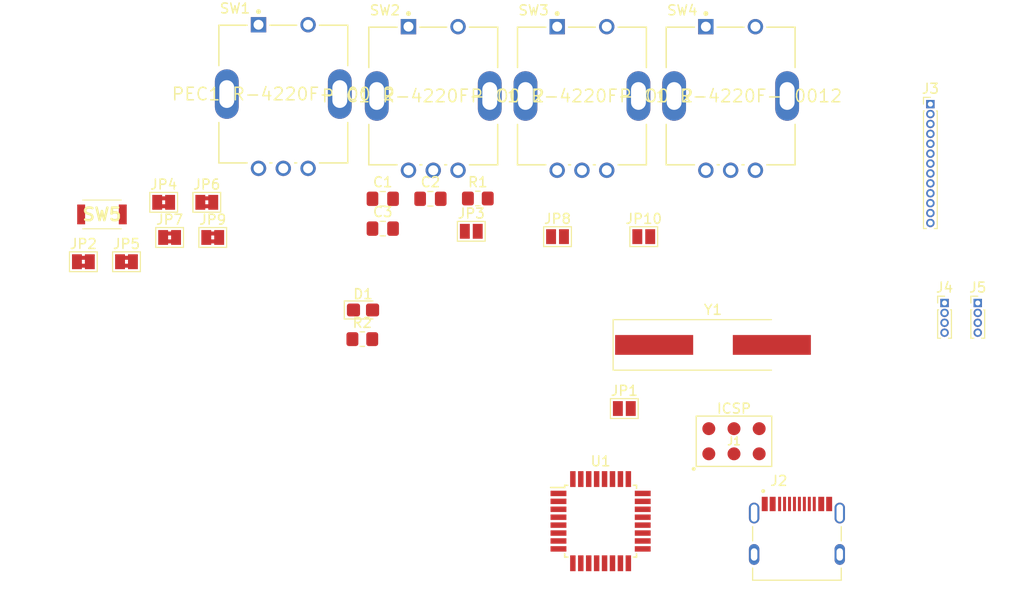
<source format=kicad_pcb>
(kicad_pcb (version 20171130) (host pcbnew "(5.1.10)-1")

  (general
    (thickness 1.6)
    (drawings 0)
    (tracks 0)
    (zones 0)
    (modules 28)
    (nets 38)
  )

  (page A4)
  (title_block
    (title "LightControl Console")
    (date 2021-08-10)
    (rev v00)
    (comment 4 "Author: GHOSCHT")
  )

  (layers
    (0 F.Cu signal)
    (31 B.Cu signal)
    (32 B.Adhes user)
    (33 F.Adhes user)
    (34 B.Paste user)
    (35 F.Paste user)
    (36 B.SilkS user)
    (37 F.SilkS user)
    (38 B.Mask user)
    (39 F.Mask user)
    (40 Dwgs.User user)
    (41 Cmts.User user)
    (42 Eco1.User user)
    (43 Eco2.User user)
    (44 Edge.Cuts user)
    (45 Margin user)
    (46 B.CrtYd user)
    (47 F.CrtYd user)
    (48 B.Fab user)
    (49 F.Fab user)
  )

  (setup
    (last_trace_width 0.25)
    (trace_clearance 0.2)
    (zone_clearance 0.508)
    (zone_45_only no)
    (trace_min 0.2)
    (via_size 0.8)
    (via_drill 0.4)
    (via_min_size 0.4)
    (via_min_drill 0.3)
    (uvia_size 0.3)
    (uvia_drill 0.1)
    (uvias_allowed no)
    (uvia_min_size 0.2)
    (uvia_min_drill 0.1)
    (edge_width 0.05)
    (segment_width 0.2)
    (pcb_text_width 0.3)
    (pcb_text_size 1.5 1.5)
    (mod_edge_width 0.12)
    (mod_text_size 1 1)
    (mod_text_width 0.15)
    (pad_size 1.524 1.524)
    (pad_drill 0.762)
    (pad_to_mask_clearance 0)
    (aux_axis_origin 0 0)
    (visible_elements 7FFFFFFF)
    (pcbplotparams
      (layerselection 0x010fc_ffffffff)
      (usegerberextensions false)
      (usegerberattributes true)
      (usegerberadvancedattributes true)
      (creategerberjobfile true)
      (excludeedgelayer true)
      (linewidth 0.100000)
      (plotframeref false)
      (viasonmask false)
      (mode 1)
      (useauxorigin false)
      (hpglpennumber 1)
      (hpglpenspeed 20)
      (hpglpendiameter 15.000000)
      (psnegative false)
      (psa4output false)
      (plotreference true)
      (plotvalue true)
      (plotinvisibletext false)
      (padsonsilk false)
      (subtractmaskfromsilk false)
      (outputformat 1)
      (mirror false)
      (drillshape 1)
      (scaleselection 1)
      (outputdirectory ""))
  )

  (net 0 "")
  (net 1 "Net-(U1-Pad14)")
  (net 2 "Net-(U1-Pad19)")
  (net 3 "Net-(U1-Pad20)")
  (net 4 "Net-(U1-Pad22)")
  (net 5 GND)
  (net 6 VCC)
  (net 7 XTAL1)
  (net 8 XTAL2)
  (net 9 "Net-(D1-Pad2)")
  (net 10 MOSI)
  (net 11 SCK)
  (net 12 MISO)
  (net 13 RST)
  (net 14 "Net-(J2-PadA6)")
  (net 15 "Net-(J2-PadB7)")
  (net 16 "Net-(J2-PadA5)")
  (net 17 "Net-(J2-PadB8)")
  (net 18 "Net-(J2-PadA7)")
  (net 19 "Net-(J2-PadB6)")
  (net 20 "Net-(J2-PadA8)")
  (net 21 "Net-(J2-PadB5)")
  (net 22 BTN4)
  (net 23 BTN3)
  (net 24 BTN2)
  (net 25 BTN1)
  (net 26 ENC4B)
  (net 27 ENC4A)
  (net 28 ENC3B)
  (net 29 ENC3A)
  (net 30 ENC2B)
  (net 31 ENC2A)
  (net 32 ENC1B)
  (net 33 ENC1A)
  (net 34 TX)
  (net 35 RX)
  (net 36 SDA)
  (net 37 SCL)

  (net_class Default "This is the default net class."
    (clearance 0.2)
    (trace_width 0.25)
    (via_dia 0.8)
    (via_drill 0.4)
    (uvia_dia 0.3)
    (uvia_drill 0.1)
    (add_net BTN1)
    (add_net BTN2)
    (add_net BTN3)
    (add_net BTN4)
    (add_net ENC1A)
    (add_net ENC1B)
    (add_net ENC2A)
    (add_net ENC2B)
    (add_net ENC3A)
    (add_net ENC3B)
    (add_net ENC4A)
    (add_net ENC4B)
    (add_net GND)
    (add_net MISO)
    (add_net MOSI)
    (add_net "Net-(D1-Pad2)")
    (add_net "Net-(J2-PadA5)")
    (add_net "Net-(J2-PadA6)")
    (add_net "Net-(J2-PadA7)")
    (add_net "Net-(J2-PadA8)")
    (add_net "Net-(J2-PadB5)")
    (add_net "Net-(J2-PadB6)")
    (add_net "Net-(J2-PadB7)")
    (add_net "Net-(J2-PadB8)")
    (add_net "Net-(U1-Pad14)")
    (add_net "Net-(U1-Pad19)")
    (add_net "Net-(U1-Pad20)")
    (add_net "Net-(U1-Pad22)")
    (add_net RST)
    (add_net RX)
    (add_net SCK)
    (add_net SCL)
    (add_net SDA)
    (add_net TX)
    (add_net VCC)
    (add_net XTAL1)
    (add_net XTAL2)
  )

  (module Crystal:Crystal_SMD_HC49-SD_HandSoldering (layer F.Cu) (tedit 5A1AD52C) (tstamp 61133696)
    (at 137.328 59.616)
    (descr "SMD Crystal HC-49-SD http://cdn-reichelt.de/documents/datenblatt/B400/xxx-HC49-SMD.pdf, hand-soldering, 11.4x4.7mm^2 package")
    (tags "SMD SMT crystal hand-soldering")
    (path /6113484F)
    (attr smd)
    (fp_text reference Y1 (at 0 -3.55) (layer F.SilkS)
      (effects (font (size 1 1) (thickness 0.15)))
    )
    (fp_text value 16MHz (at 0 3.55) (layer F.Fab)
      (effects (font (size 1 1) (thickness 0.15)))
    )
    (fp_line (start -5.7 -2.35) (end -5.7 2.35) (layer F.Fab) (width 0.1))
    (fp_line (start -5.7 2.35) (end 5.7 2.35) (layer F.Fab) (width 0.1))
    (fp_line (start 5.7 2.35) (end 5.7 -2.35) (layer F.Fab) (width 0.1))
    (fp_line (start 5.7 -2.35) (end -5.7 -2.35) (layer F.Fab) (width 0.1))
    (fp_line (start -3.015 -2.115) (end 3.015 -2.115) (layer F.Fab) (width 0.1))
    (fp_line (start -3.015 2.115) (end 3.015 2.115) (layer F.Fab) (width 0.1))
    (fp_line (start 5.9 -2.55) (end -10.075 -2.55) (layer F.SilkS) (width 0.12))
    (fp_line (start -10.075 -2.55) (end -10.075 2.55) (layer F.SilkS) (width 0.12))
    (fp_line (start -10.075 2.55) (end 5.9 2.55) (layer F.SilkS) (width 0.12))
    (fp_line (start -10.2 -2.6) (end -10.2 2.6) (layer F.CrtYd) (width 0.05))
    (fp_line (start -10.2 2.6) (end 10.2 2.6) (layer F.CrtYd) (width 0.05))
    (fp_line (start 10.2 2.6) (end 10.2 -2.6) (layer F.CrtYd) (width 0.05))
    (fp_line (start 10.2 -2.6) (end -10.2 -2.6) (layer F.CrtYd) (width 0.05))
    (fp_arc (start 3.015 0) (end 3.015 -2.115) (angle 180) (layer F.Fab) (width 0.1))
    (fp_arc (start -3.015 0) (end -3.015 -2.115) (angle -180) (layer F.Fab) (width 0.1))
    (fp_text user %R (at 0 0) (layer F.Fab)
      (effects (font (size 1 1) (thickness 0.15)))
    )
    (pad 2 smd rect (at 5.9375 0) (size 7.875 2) (layers F.Cu F.Paste F.Mask)
      (net 8 XTAL2))
    (pad 1 smd rect (at -5.9375 0) (size 7.875 2) (layers F.Cu F.Paste F.Mask)
      (net 7 XTAL1))
    (model ${KISYS3DMOD}/Crystal.3dshapes/Crystal_SMD_HC49-SD.wrl
      (at (xyz 0 0 0))
      (scale (xyz 1 1 1))
      (rotate (xyz 0 0 0))
    )
  )

  (module Jumper:SolderJumper-2_P1.3mm_Open_Pad1.0x1.5mm (layer F.Cu) (tedit 5A3EABFC) (tstamp 611335D6)
    (at 128.382 66.04)
    (descr "SMD Solder Jumper, 1x1.5mm Pads, 0.3mm gap, open")
    (tags "solder jumper open")
    (path /6113282A)
    (attr virtual)
    (fp_text reference JP1 (at 0 -1.8) (layer F.SilkS)
      (effects (font (size 1 1) (thickness 0.15)))
    )
    (fp_text value SolderJumper (at 0 1.9) (layer F.Fab)
      (effects (font (size 1 1) (thickness 0.15)))
    )
    (fp_line (start -1.4 1) (end -1.4 -1) (layer F.SilkS) (width 0.12))
    (fp_line (start 1.4 1) (end -1.4 1) (layer F.SilkS) (width 0.12))
    (fp_line (start 1.4 -1) (end 1.4 1) (layer F.SilkS) (width 0.12))
    (fp_line (start -1.4 -1) (end 1.4 -1) (layer F.SilkS) (width 0.12))
    (fp_line (start -1.65 -1.25) (end 1.65 -1.25) (layer F.CrtYd) (width 0.05))
    (fp_line (start -1.65 -1.25) (end -1.65 1.25) (layer F.CrtYd) (width 0.05))
    (fp_line (start 1.65 1.25) (end 1.65 -1.25) (layer F.CrtYd) (width 0.05))
    (fp_line (start 1.65 1.25) (end -1.65 1.25) (layer F.CrtYd) (width 0.05))
    (pad 1 smd rect (at -0.65 0) (size 1 1.5) (layers F.Cu F.Mask)
      (net 36 SDA))
    (pad 2 smd rect (at 0.65 0) (size 1 1.5) (layers F.Cu F.Mask)
      (net 14 "Net-(J2-PadA6)"))
  )

  (module Bourns-PEC11R-4220F-S0012:Bourns-PEC11R-4220F-S0012-MFG (layer F.Cu) (tedit 611258C1) (tstamp 6112C981)
    (at 93.98 34.29)
    (path /6112A1C1)
    (fp_text reference SW1 (at -6.5 -8.65) (layer F.SilkS)
      (effects (font (size 1 1) (thickness 0.15)) (justify left))
    )
    (fp_text value PEC11R-4220F-S0012 (at 0 0) (layer F.SilkS)
      (effects (font (size 1.27 1.27) (thickness 0.15)))
    )
    (fp_line (start -6.5 6.95) (end -6.5 -6.95) (layer F.Fab) (width 0.15))
    (fp_line (start -6.5 -6.95) (end 6.5 -6.95) (layer F.Fab) (width 0.15))
    (fp_line (start 6.5 -6.95) (end 6.5 6.95) (layer F.Fab) (width 0.15))
    (fp_line (start 6.5 6.95) (end -6.5 6.95) (layer F.Fab) (width 0.15))
    (fp_line (start 6.925 -7.8) (end 6.925 -7.8) (layer F.CrtYd) (width 0.15))
    (fp_line (start 6.925 -7.8) (end -6.925 -7.8) (layer F.CrtYd) (width 0.15))
    (fp_line (start -6.925 -7.8) (end -6.925 8.3) (layer F.CrtYd) (width 0.15))
    (fp_line (start -6.925 8.3) (end 6.925 8.3) (layer F.CrtYd) (width 0.15))
    (fp_line (start 6.925 8.3) (end 6.925 -7.8) (layer F.CrtYd) (width 0.15))
    (fp_line (start -6.5 -6.95) (end -3.65 -6.95) (layer F.SilkS) (width 0.15))
    (fp_line (start -1.35 -6.95) (end 1.35 -6.95) (layer F.SilkS) (width 0.15))
    (fp_line (start 3.65 -6.95) (end 6.5 -6.95) (layer F.SilkS) (width 0.15))
    (fp_line (start 6.5 6.95) (end 6.5 2.875) (layer F.SilkS) (width 0.15))
    (fp_line (start 6.5 -2.875) (end 6.5 -6.95) (layer F.SilkS) (width 0.15))
    (fp_line (start -6.5 6.95) (end -3.65 6.95) (layer F.SilkS) (width 0.15))
    (fp_line (start -1.35 6.95) (end -1.15 6.95) (layer F.SilkS) (width 0.15))
    (fp_line (start 1.15 6.95) (end 1.35 6.95) (layer F.SilkS) (width 0.15))
    (fp_line (start 3.65 6.95) (end 6.5 6.95) (layer F.SilkS) (width 0.15))
    (fp_line (start -6.5 6.95) (end -6.5 2.875) (layer F.SilkS) (width 0.15))
    (fp_line (start -6.5 -2.875) (end -6.5 -6.95) (layer F.SilkS) (width 0.15))
    (fp_circle (center -2.5 -8.325) (end -2.375 -8.325) (layer F.SilkS) (width 0.25))
    (pad S1 thru_hole rect (at -2.5 -7) (size 1.55 1.55) (drill 1) (layers *.Cu *.Mask)
      (net 5 GND))
    (pad S2 thru_hole circle (at 2.5 -7) (size 1.55 1.55) (drill 1) (layers *.Cu *.Mask)
      (net 25 BTN1))
    (pad A thru_hole circle (at -2.5 7.5) (size 1.55 1.55) (drill 1) (layers *.Cu *.Mask)
      (net 33 ENC1A))
    (pad C thru_hole circle (at 0 7.5) (size 1.55 1.55) (drill 1) (layers *.Cu *.Mask)
      (net 5 GND))
    (pad B thru_hole circle (at 2.5 7.5) (size 1.55 1.55) (drill 1) (layers *.Cu *.Mask)
      (net 32 ENC1B))
    (pad 3 thru_hole roundrect (at -5.7 0) (size 2.4 5) (drill oval 1.5 2.8) (layers *.Cu *.Mask) (roundrect_rratio 0.5))
    (pad 4 thru_hole roundrect (at 5.7 0) (size 2.4 5) (drill oval 1.5 2.8) (layers *.Cu *.Mask) (roundrect_rratio 0.5))
    (model ${KIPRJMOD}/Libraries/Bourns-PEC11R-4220F-S0012.models/Bourns_-_PEC11R-4220F-S0012.step
      (at (xyz 0 0 0))
      (scale (xyz 1 1 1))
      (rotate (xyz 0 0 0))
    )
  )

  (module Package_QFP:TQFP-32_7x7mm_P0.8mm (layer F.Cu) (tedit 5A02F146) (tstamp 6112C9B8)
    (at 125.989001 77.411001)
    (descr "32-Lead Plastic Thin Quad Flatpack (PT) - 7x7x1.0 mm Body, 2.00 mm [TQFP] (see Microchip Packaging Specification 00000049BS.pdf)")
    (tags "QFP 0.8")
    (path /61124B57)
    (attr smd)
    (fp_text reference U1 (at 0 -6.05) (layer F.SilkS)
      (effects (font (size 1 1) (thickness 0.15)))
    )
    (fp_text value ATmega328P-AU (at 0 6.05) (layer F.Fab)
      (effects (font (size 1 1) (thickness 0.15)))
    )
    (fp_line (start -3.625 -3.4) (end -5.05 -3.4) (layer F.SilkS) (width 0.15))
    (fp_line (start 3.625 -3.625) (end 3.3 -3.625) (layer F.SilkS) (width 0.15))
    (fp_line (start 3.625 3.625) (end 3.3 3.625) (layer F.SilkS) (width 0.15))
    (fp_line (start -3.625 3.625) (end -3.3 3.625) (layer F.SilkS) (width 0.15))
    (fp_line (start -3.625 -3.625) (end -3.3 -3.625) (layer F.SilkS) (width 0.15))
    (fp_line (start -3.625 3.625) (end -3.625 3.3) (layer F.SilkS) (width 0.15))
    (fp_line (start 3.625 3.625) (end 3.625 3.3) (layer F.SilkS) (width 0.15))
    (fp_line (start 3.625 -3.625) (end 3.625 -3.3) (layer F.SilkS) (width 0.15))
    (fp_line (start -3.625 -3.625) (end -3.625 -3.4) (layer F.SilkS) (width 0.15))
    (fp_line (start -5.3 5.3) (end 5.3 5.3) (layer F.CrtYd) (width 0.05))
    (fp_line (start -5.3 -5.3) (end 5.3 -5.3) (layer F.CrtYd) (width 0.05))
    (fp_line (start 5.3 -5.3) (end 5.3 5.3) (layer F.CrtYd) (width 0.05))
    (fp_line (start -5.3 -5.3) (end -5.3 5.3) (layer F.CrtYd) (width 0.05))
    (fp_line (start -3.5 -2.5) (end -2.5 -3.5) (layer F.Fab) (width 0.15))
    (fp_line (start -3.5 3.5) (end -3.5 -2.5) (layer F.Fab) (width 0.15))
    (fp_line (start 3.5 3.5) (end -3.5 3.5) (layer F.Fab) (width 0.15))
    (fp_line (start 3.5 -3.5) (end 3.5 3.5) (layer F.Fab) (width 0.15))
    (fp_line (start -2.5 -3.5) (end 3.5 -3.5) (layer F.Fab) (width 0.15))
    (fp_text user %R (at 0 0) (layer F.Fab)
      (effects (font (size 1 1) (thickness 0.15)))
    )
    (pad 1 smd rect (at -4.25 -2.8) (size 1.6 0.55) (layers F.Cu F.Paste F.Mask)
      (net 32 ENC1B))
    (pad 2 smd rect (at -4.25 -2) (size 1.6 0.55) (layers F.Cu F.Paste F.Mask)
      (net 31 ENC2A))
    (pad 3 smd rect (at -4.25 -1.2) (size 1.6 0.55) (layers F.Cu F.Paste F.Mask)
      (net 5 GND))
    (pad 4 smd rect (at -4.25 -0.4) (size 1.6 0.55) (layers F.Cu F.Paste F.Mask)
      (net 6 VCC))
    (pad 5 smd rect (at -4.25 0.4) (size 1.6 0.55) (layers F.Cu F.Paste F.Mask)
      (net 5 GND))
    (pad 6 smd rect (at -4.25 1.2) (size 1.6 0.55) (layers F.Cu F.Paste F.Mask)
      (net 6 VCC))
    (pad 7 smd rect (at -4.25 2) (size 1.6 0.55) (layers F.Cu F.Paste F.Mask)
      (net 7 XTAL1))
    (pad 8 smd rect (at -4.25 2.8) (size 1.6 0.55) (layers F.Cu F.Paste F.Mask)
      (net 8 XTAL2))
    (pad 9 smd rect (at -2.8 4.25 90) (size 1.6 0.55) (layers F.Cu F.Paste F.Mask)
      (net 30 ENC2B))
    (pad 10 smd rect (at -2 4.25 90) (size 1.6 0.55) (layers F.Cu F.Paste F.Mask)
      (net 29 ENC3A))
    (pad 11 smd rect (at -1.2 4.25 90) (size 1.6 0.55) (layers F.Cu F.Paste F.Mask)
      (net 28 ENC3B))
    (pad 12 smd rect (at -0.4 4.25 90) (size 1.6 0.55) (layers F.Cu F.Paste F.Mask)
      (net 27 ENC4A))
    (pad 13 smd rect (at 0.4 4.25 90) (size 1.6 0.55) (layers F.Cu F.Paste F.Mask)
      (net 26 ENC4B))
    (pad 14 smd rect (at 1.2 4.25 90) (size 1.6 0.55) (layers F.Cu F.Paste F.Mask)
      (net 1 "Net-(U1-Pad14)"))
    (pad 15 smd rect (at 2 4.25 90) (size 1.6 0.55) (layers F.Cu F.Paste F.Mask)
      (net 10 MOSI))
    (pad 16 smd rect (at 2.8 4.25 90) (size 1.6 0.55) (layers F.Cu F.Paste F.Mask)
      (net 12 MISO))
    (pad 17 smd rect (at 4.25 2.8) (size 1.6 0.55) (layers F.Cu F.Paste F.Mask)
      (net 11 SCK))
    (pad 18 smd rect (at 4.25 2) (size 1.6 0.55) (layers F.Cu F.Paste F.Mask)
      (net 6 VCC))
    (pad 19 smd rect (at 4.25 1.2) (size 1.6 0.55) (layers F.Cu F.Paste F.Mask)
      (net 2 "Net-(U1-Pad19)"))
    (pad 20 smd rect (at 4.25 0.4) (size 1.6 0.55) (layers F.Cu F.Paste F.Mask)
      (net 3 "Net-(U1-Pad20)"))
    (pad 21 smd rect (at 4.25 -0.4) (size 1.6 0.55) (layers F.Cu F.Paste F.Mask)
      (net 5 GND))
    (pad 22 smd rect (at 4.25 -1.2) (size 1.6 0.55) (layers F.Cu F.Paste F.Mask)
      (net 4 "Net-(U1-Pad22)"))
    (pad 23 smd rect (at 4.25 -2) (size 1.6 0.55) (layers F.Cu F.Paste F.Mask)
      (net 25 BTN1))
    (pad 24 smd rect (at 4.25 -2.8) (size 1.6 0.55) (layers F.Cu F.Paste F.Mask)
      (net 24 BTN2))
    (pad 25 smd rect (at 2.8 -4.25 90) (size 1.6 0.55) (layers F.Cu F.Paste F.Mask)
      (net 23 BTN3))
    (pad 26 smd rect (at 2 -4.25 90) (size 1.6 0.55) (layers F.Cu F.Paste F.Mask)
      (net 22 BTN4))
    (pad 27 smd rect (at 1.2 -4.25 90) (size 1.6 0.55) (layers F.Cu F.Paste F.Mask)
      (net 36 SDA))
    (pad 28 smd rect (at 0.4 -4.25 90) (size 1.6 0.55) (layers F.Cu F.Paste F.Mask)
      (net 37 SCL))
    (pad 29 smd rect (at -0.4 -4.25 90) (size 1.6 0.55) (layers F.Cu F.Paste F.Mask)
      (net 13 RST))
    (pad 30 smd rect (at -1.2 -4.25 90) (size 1.6 0.55) (layers F.Cu F.Paste F.Mask)
      (net 35 RX))
    (pad 31 smd rect (at -2 -4.25 90) (size 1.6 0.55) (layers F.Cu F.Paste F.Mask)
      (net 34 TX))
    (pad 32 smd rect (at -2.8 -4.25 90) (size 1.6 0.55) (layers F.Cu F.Paste F.Mask)
      (net 33 ENC1A))
    (model ${KISYS3DMOD}/Package_QFP.3dshapes/TQFP-32_7x7mm_P0.8mm.wrl
      (at (xyz 0 0 0))
      (scale (xyz 1 1 1))
      (rotate (xyz 0 0 0))
    )
  )

  (module AVR-ISP:AVR-ISP (layer F.Cu) (tedit 61126B73) (tstamp 6112DBCD)
    (at 139.446 69.342)
    (path /61134728)
    (fp_text reference J1 (at 0 0) (layer F.SilkS)
      (effects (font (size 0.787402 0.787402) (thickness 0.15)))
    )
    (fp_text value AVR-ISP-6 (at 0 0) (layer F.Fab)
      (effects (font (size 0.787402 0.787402) (thickness 0.15)))
    )
    (fp_circle (center -4.064 2.794) (end -3.964 2.794) (layer F.SilkS) (width 0.2))
    (fp_line (start -3.81 2.54) (end -3.81 -2.54) (layer F.SilkS) (width 0.127))
    (fp_line (start 3.81 2.54) (end -3.81 2.54) (layer F.SilkS) (width 0.127))
    (fp_line (start 3.81 -2.54) (end 3.81 2.54) (layer F.SilkS) (width 0.127))
    (fp_line (start -3.81 -2.54) (end 3.81 -2.54) (layer F.SilkS) (width 0.127))
    (fp_text user ICSP (at 0 -3.302) (layer F.SilkS)
      (effects (font (size 1 1) (thickness 0.15)))
    )
    (pad 4 smd circle (at 0 -1.27) (size 1.308 1.308) (layers F.Cu F.Paste F.Mask)
      (net 10 MOSI))
    (pad 3 smd circle (at 0 1.27) (size 1.308 1.308) (layers F.Cu F.Paste F.Mask)
      (net 11 SCK))
    (pad 2 smd circle (at -2.54 -1.27) (size 1.308 1.308) (layers F.Cu F.Paste F.Mask)
      (net 6 VCC))
    (pad 1 smd circle (at -2.54 1.27) (size 1.308 1.308) (layers F.Cu F.Paste F.Mask)
      (net 12 MISO))
    (pad 5 smd circle (at 2.54 1.27) (size 1.308 1.308) (layers F.Cu F.Paste F.Mask)
      (net 13 RST))
    (pad 6 smd circle (at 2.54 -1.27) (size 1.308 1.308) (layers F.Cu F.Paste F.Mask)
      (net 5 GND))
  )

  (module HRO_TYPE-C-31-M-12:HRO_TYPE-C-31-M-12 (layer F.Cu) (tedit 6112D184) (tstamp 6112D3E1)
    (at 145.796 80.772)
    (path /6112D89A)
    (fp_text reference J2 (at -1.825 -7.435) (layer F.SilkS)
      (effects (font (size 1 1) (thickness 0.15)))
    )
    (fp_text value TYPE-C-31-M-12 (at 6.43 4.135) (layer F.Fab)
      (effects (font (size 1 1) (thickness 0.15)))
    )
    (fp_line (start -4.47 2.6) (end 4.47 2.6) (layer F.Fab) (width 0.127))
    (fp_line (start 4.47 2.6) (end 4.47 -4.7) (layer F.Fab) (width 0.127))
    (fp_line (start 4.47 -4.7) (end -4.47 -4.7) (layer F.Fab) (width 0.127))
    (fp_line (start -4.47 -4.7) (end -4.47 2.6) (layer F.Fab) (width 0.127))
    (fp_line (start -4.47 -2.81) (end -4.47 -1.37) (layer F.SilkS) (width 0.127))
    (fp_line (start 4.47 -2.81) (end 4.47 -1.37) (layer F.SilkS) (width 0.127))
    (fp_line (start 4.47 1.37) (end 4.47 2.6) (layer F.SilkS) (width 0.127))
    (fp_line (start 4.47 2.6) (end -4.47 2.6) (layer F.SilkS) (width 0.127))
    (fp_line (start -4.47 2.6) (end -4.47 1.37) (layer F.SilkS) (width 0.127))
    (fp_line (start -5.095 2.85) (end 5.095 2.85) (layer F.CrtYd) (width 0.05))
    (fp_line (start 5.095 2.85) (end 5.095 -6.07) (layer F.CrtYd) (width 0.05))
    (fp_line (start 5.095 -6.07) (end -5.095 -6.07) (layer F.CrtYd) (width 0.05))
    (fp_line (start -5.095 -6.07) (end -5.095 2.85) (layer F.CrtYd) (width 0.05))
    (fp_circle (center -3.4 -6.4) (end -3.3 -6.4) (layer F.Fab) (width 0.2))
    (fp_circle (center -3.4 -6.4) (end -3.3 -6.4) (layer F.SilkS) (width 0.2))
    (pad A1B12 smd rect (at -3.25 -5.095) (size 0.6 1.45) (layers F.Cu F.Paste F.Mask)
      (net 5 GND))
    (pad A4B9 smd rect (at -2.45 -5.095) (size 0.6 1.45) (layers F.Cu F.Paste F.Mask)
      (net 6 VCC))
    (pad A6 smd rect (at -0.25 -5.095) (size 0.3 1.45) (layers F.Cu F.Paste F.Mask)
      (net 14 "Net-(J2-PadA6)"))
    (pad B7 smd rect (at -0.75 -5.095) (size 0.3 1.45) (layers F.Cu F.Paste F.Mask)
      (net 15 "Net-(J2-PadB7)"))
    (pad A5 smd rect (at -1.25 -5.095) (size 0.3 1.45) (layers F.Cu F.Paste F.Mask)
      (net 16 "Net-(J2-PadA5)"))
    (pad B8 smd rect (at -1.75 -5.095) (size 0.3 1.45) (layers F.Cu F.Paste F.Mask)
      (net 17 "Net-(J2-PadB8)"))
    (pad A7 smd rect (at 0.25 -5.095) (size 0.3 1.45) (layers F.Cu F.Paste F.Mask)
      (net 18 "Net-(J2-PadA7)"))
    (pad B6 smd rect (at 0.75 -5.095) (size 0.3 1.45) (layers F.Cu F.Paste F.Mask)
      (net 19 "Net-(J2-PadB6)"))
    (pad A8 smd rect (at 1.25 -5.095) (size 0.3 1.45) (layers F.Cu F.Paste F.Mask)
      (net 20 "Net-(J2-PadA8)"))
    (pad B5 smd rect (at 1.75 -5.095) (size 0.3 1.45) (layers F.Cu F.Paste F.Mask)
      (net 21 "Net-(J2-PadB5)"))
    (pad B4A9 smd rect (at 2.45 -5.095) (size 0.6 1.45) (layers F.Cu F.Paste F.Mask)
      (net 6 VCC))
    (pad B1A12 smd rect (at 3.25 -5.095) (size 0.6 1.45) (layers F.Cu F.Paste F.Mask)
      (net 5 GND))
    (pad S1 thru_hole oval (at -4.32 -4.18) (size 1.05 2.1) (drill oval 0.65 1.75) (layers *.Cu *.Mask)
      (net 5 GND))
    (pad S2 thru_hole oval (at 4.32 -4.18) (size 1.05 2.1) (drill oval 0.65 1.75) (layers *.Cu *.Mask)
      (net 5 GND))
    (pad S3 thru_hole oval (at -4.32 0) (size 1.05 2.1) (drill oval 0.65 1.25) (layers *.Cu *.Mask)
      (net 5 GND))
    (pad S4 thru_hole oval (at 4.32 0) (size 1.05 2.1) (drill oval 0.65 1.25) (layers *.Cu *.Mask)
      (net 5 GND))
    (pad None np_thru_hole circle (at -2.89 -3.65) (size 0.7 0.7) (drill 0.7) (layers *.Cu *.Mask))
    (pad None np_thru_hole circle (at 2.89 -3.65) (size 0.7 0.7) (drill 0.7) (layers *.Cu *.Mask))
    (model ${KIPRJMOD}/Libraries/HRO_TYPE-C-31-M-12.models/TYPE-C-31-M-12.step
      (at (xyz 0 0 0))
      (scale (xyz 1 1 1))
      (rotate (xyz -90 0 0))
    )
  )

  (module Capacitor_SMD:C_0805_2012Metric_Pad1.18x1.45mm_HandSolder (layer F.Cu) (tedit 5F68FEEF) (tstamp 61133BF5)
    (at 104.013001 44.863001)
    (descr "Capacitor SMD 0805 (2012 Metric), square (rectangular) end terminal, IPC_7351 nominal with elongated pad for handsoldering. (Body size source: IPC-SM-782 page 76, https://www.pcb-3d.com/wordpress/wp-content/uploads/ipc-sm-782a_amendment_1_and_2.pdf, https://docs.google.com/spreadsheets/d/1BsfQQcO9C6DZCsRaXUlFlo91Tg2WpOkGARC1WS5S8t0/edit?usp=sharing), generated with kicad-footprint-generator")
    (tags "capacitor handsolder")
    (path /6113DC2F)
    (attr smd)
    (fp_text reference C1 (at 0 -1.68) (layer F.SilkS)
      (effects (font (size 1 1) (thickness 0.15)))
    )
    (fp_text value 22p (at 0 1.68) (layer F.Fab)
      (effects (font (size 1 1) (thickness 0.15)))
    )
    (fp_line (start 1.88 0.98) (end -1.88 0.98) (layer F.CrtYd) (width 0.05))
    (fp_line (start 1.88 -0.98) (end 1.88 0.98) (layer F.CrtYd) (width 0.05))
    (fp_line (start -1.88 -0.98) (end 1.88 -0.98) (layer F.CrtYd) (width 0.05))
    (fp_line (start -1.88 0.98) (end -1.88 -0.98) (layer F.CrtYd) (width 0.05))
    (fp_line (start -0.261252 0.735) (end 0.261252 0.735) (layer F.SilkS) (width 0.12))
    (fp_line (start -0.261252 -0.735) (end 0.261252 -0.735) (layer F.SilkS) (width 0.12))
    (fp_line (start 1 0.625) (end -1 0.625) (layer F.Fab) (width 0.1))
    (fp_line (start 1 -0.625) (end 1 0.625) (layer F.Fab) (width 0.1))
    (fp_line (start -1 -0.625) (end 1 -0.625) (layer F.Fab) (width 0.1))
    (fp_line (start -1 0.625) (end -1 -0.625) (layer F.Fab) (width 0.1))
    (fp_text user %R (at 0 0) (layer F.Fab)
      (effects (font (size 0.5 0.5) (thickness 0.08)))
    )
    (pad 1 smd roundrect (at -1.0375 0) (size 1.175 1.45) (layers F.Cu F.Paste F.Mask) (roundrect_rratio 0.212766)
      (net 7 XTAL1))
    (pad 2 smd roundrect (at 1.0375 0) (size 1.175 1.45) (layers F.Cu F.Paste F.Mask) (roundrect_rratio 0.212766)
      (net 5 GND))
    (model ${KISYS3DMOD}/Capacitor_SMD.3dshapes/C_0805_2012Metric.wrl
      (at (xyz 0 0 0))
      (scale (xyz 1 1 1))
      (rotate (xyz 0 0 0))
    )
  )

  (module Capacitor_SMD:C_0805_2012Metric_Pad1.18x1.45mm_HandSolder (layer F.Cu) (tedit 5F68FEEF) (tstamp 61133C06)
    (at 108.823001 44.863001)
    (descr "Capacitor SMD 0805 (2012 Metric), square (rectangular) end terminal, IPC_7351 nominal with elongated pad for handsoldering. (Body size source: IPC-SM-782 page 76, https://www.pcb-3d.com/wordpress/wp-content/uploads/ipc-sm-782a_amendment_1_and_2.pdf, https://docs.google.com/spreadsheets/d/1BsfQQcO9C6DZCsRaXUlFlo91Tg2WpOkGARC1WS5S8t0/edit?usp=sharing), generated with kicad-footprint-generator")
    (tags "capacitor handsolder")
    (path /611448F1)
    (attr smd)
    (fp_text reference C2 (at 0 -1.68) (layer F.SilkS)
      (effects (font (size 1 1) (thickness 0.15)))
    )
    (fp_text value 22p (at 0 1.68) (layer F.Fab)
      (effects (font (size 1 1) (thickness 0.15)))
    )
    (fp_line (start -1 0.625) (end -1 -0.625) (layer F.Fab) (width 0.1))
    (fp_line (start -1 -0.625) (end 1 -0.625) (layer F.Fab) (width 0.1))
    (fp_line (start 1 -0.625) (end 1 0.625) (layer F.Fab) (width 0.1))
    (fp_line (start 1 0.625) (end -1 0.625) (layer F.Fab) (width 0.1))
    (fp_line (start -0.261252 -0.735) (end 0.261252 -0.735) (layer F.SilkS) (width 0.12))
    (fp_line (start -0.261252 0.735) (end 0.261252 0.735) (layer F.SilkS) (width 0.12))
    (fp_line (start -1.88 0.98) (end -1.88 -0.98) (layer F.CrtYd) (width 0.05))
    (fp_line (start -1.88 -0.98) (end 1.88 -0.98) (layer F.CrtYd) (width 0.05))
    (fp_line (start 1.88 -0.98) (end 1.88 0.98) (layer F.CrtYd) (width 0.05))
    (fp_line (start 1.88 0.98) (end -1.88 0.98) (layer F.CrtYd) (width 0.05))
    (fp_text user %R (at 0 0) (layer F.Fab)
      (effects (font (size 0.5 0.5) (thickness 0.08)))
    )
    (pad 2 smd roundrect (at 1.0375 0) (size 1.175 1.45) (layers F.Cu F.Paste F.Mask) (roundrect_rratio 0.212766)
      (net 5 GND))
    (pad 1 smd roundrect (at -1.0375 0) (size 1.175 1.45) (layers F.Cu F.Paste F.Mask) (roundrect_rratio 0.212766)
      (net 8 XTAL2))
    (model ${KISYS3DMOD}/Capacitor_SMD.3dshapes/C_0805_2012Metric.wrl
      (at (xyz 0 0 0))
      (scale (xyz 1 1 1))
      (rotate (xyz 0 0 0))
    )
  )

  (module Capacitor_SMD:C_0805_2012Metric_Pad1.18x1.45mm_HandSolder (layer F.Cu) (tedit 5F68FEEF) (tstamp 61133C17)
    (at 104.013001 47.873001)
    (descr "Capacitor SMD 0805 (2012 Metric), square (rectangular) end terminal, IPC_7351 nominal with elongated pad for handsoldering. (Body size source: IPC-SM-782 page 76, https://www.pcb-3d.com/wordpress/wp-content/uploads/ipc-sm-782a_amendment_1_and_2.pdf, https://docs.google.com/spreadsheets/d/1BsfQQcO9C6DZCsRaXUlFlo91Tg2WpOkGARC1WS5S8t0/edit?usp=sharing), generated with kicad-footprint-generator")
    (tags "capacitor handsolder")
    (path /6115564D)
    (attr smd)
    (fp_text reference C3 (at 0 -1.68) (layer F.SilkS)
      (effects (font (size 1 1) (thickness 0.15)))
    )
    (fp_text value 100n (at 0 1.68) (layer F.Fab)
      (effects (font (size 1 1) (thickness 0.15)))
    )
    (fp_line (start 1.88 0.98) (end -1.88 0.98) (layer F.CrtYd) (width 0.05))
    (fp_line (start 1.88 -0.98) (end 1.88 0.98) (layer F.CrtYd) (width 0.05))
    (fp_line (start -1.88 -0.98) (end 1.88 -0.98) (layer F.CrtYd) (width 0.05))
    (fp_line (start -1.88 0.98) (end -1.88 -0.98) (layer F.CrtYd) (width 0.05))
    (fp_line (start -0.261252 0.735) (end 0.261252 0.735) (layer F.SilkS) (width 0.12))
    (fp_line (start -0.261252 -0.735) (end 0.261252 -0.735) (layer F.SilkS) (width 0.12))
    (fp_line (start 1 0.625) (end -1 0.625) (layer F.Fab) (width 0.1))
    (fp_line (start 1 -0.625) (end 1 0.625) (layer F.Fab) (width 0.1))
    (fp_line (start -1 -0.625) (end 1 -0.625) (layer F.Fab) (width 0.1))
    (fp_line (start -1 0.625) (end -1 -0.625) (layer F.Fab) (width 0.1))
    (fp_text user %R (at 0 0) (layer F.Fab)
      (effects (font (size 0.5 0.5) (thickness 0.08)))
    )
    (pad 1 smd roundrect (at -1.0375 0) (size 1.175 1.45) (layers F.Cu F.Paste F.Mask) (roundrect_rratio 0.212766)
      (net 6 VCC))
    (pad 2 smd roundrect (at 1.0375 0) (size 1.175 1.45) (layers F.Cu F.Paste F.Mask) (roundrect_rratio 0.212766)
      (net 5 GND))
    (model ${KISYS3DMOD}/Capacitor_SMD.3dshapes/C_0805_2012Metric.wrl
      (at (xyz 0 0 0))
      (scale (xyz 1 1 1))
      (rotate (xyz 0 0 0))
    )
  )

  (module Jumper:SolderJumper-2_P1.3mm_Open_Pad1.0x1.5mm (layer F.Cu) (tedit 5A3EABFC) (tstamp 61133C33)
    (at 112.943001 48.143001)
    (descr "SMD Solder Jumper, 1x1.5mm Pads, 0.3mm gap, open")
    (tags "solder jumper open")
    (path /6118262C)
    (attr virtual)
    (fp_text reference JP3 (at 0 -1.8) (layer F.SilkS)
      (effects (font (size 1 1) (thickness 0.15)))
    )
    (fp_text value SolderJumper (at 0 1.9) (layer F.Fab)
      (effects (font (size 1 1) (thickness 0.15)))
    )
    (fp_line (start 1.65 1.25) (end -1.65 1.25) (layer F.CrtYd) (width 0.05))
    (fp_line (start 1.65 1.25) (end 1.65 -1.25) (layer F.CrtYd) (width 0.05))
    (fp_line (start -1.65 -1.25) (end -1.65 1.25) (layer F.CrtYd) (width 0.05))
    (fp_line (start -1.65 -1.25) (end 1.65 -1.25) (layer F.CrtYd) (width 0.05))
    (fp_line (start -1.4 -1) (end 1.4 -1) (layer F.SilkS) (width 0.12))
    (fp_line (start 1.4 -1) (end 1.4 1) (layer F.SilkS) (width 0.12))
    (fp_line (start 1.4 1) (end -1.4 1) (layer F.SilkS) (width 0.12))
    (fp_line (start -1.4 1) (end -1.4 -1) (layer F.SilkS) (width 0.12))
    (pad 2 smd rect (at 0.65 0) (size 1 1.5) (layers F.Cu F.Mask)
      (net 18 "Net-(J2-PadA7)"))
    (pad 1 smd rect (at -0.65 0) (size 1 1.5) (layers F.Cu F.Mask)
      (net 37 SCL))
  )

  (module Jumper:SolderJumper-2_P1.3mm_Open_Pad1.0x1.5mm (layer F.Cu) (tedit 5A3EABFC) (tstamp 61133C79)
    (at 121.643001 48.683001)
    (descr "SMD Solder Jumper, 1x1.5mm Pads, 0.3mm gap, open")
    (tags "solder jumper open")
    (path /611A3587)
    (attr virtual)
    (fp_text reference JP8 (at 0 -1.8) (layer F.SilkS)
      (effects (font (size 1 1) (thickness 0.15)))
    )
    (fp_text value SolderJumper (at 0 1.9) (layer F.Fab)
      (effects (font (size 1 1) (thickness 0.15)))
    )
    (fp_line (start 1.65 1.25) (end -1.65 1.25) (layer F.CrtYd) (width 0.05))
    (fp_line (start 1.65 1.25) (end 1.65 -1.25) (layer F.CrtYd) (width 0.05))
    (fp_line (start -1.65 -1.25) (end -1.65 1.25) (layer F.CrtYd) (width 0.05))
    (fp_line (start -1.65 -1.25) (end 1.65 -1.25) (layer F.CrtYd) (width 0.05))
    (fp_line (start -1.4 -1) (end 1.4 -1) (layer F.SilkS) (width 0.12))
    (fp_line (start 1.4 -1) (end 1.4 1) (layer F.SilkS) (width 0.12))
    (fp_line (start 1.4 1) (end -1.4 1) (layer F.SilkS) (width 0.12))
    (fp_line (start -1.4 1) (end -1.4 -1) (layer F.SilkS) (width 0.12))
    (pad 2 smd rect (at 0.65 0) (size 1 1.5) (layers F.Cu F.Mask)
      (net 37 SCL))
    (pad 1 smd rect (at -0.65 0) (size 1 1.5) (layers F.Cu F.Mask)
      (net 15 "Net-(J2-PadB7)"))
  )

  (module Jumper:SolderJumper-2_P1.3mm_Open_Pad1.0x1.5mm (layer F.Cu) (tedit 5A3EABFC) (tstamp 61133C95)
    (at 130.343001 48.683001)
    (descr "SMD Solder Jumper, 1x1.5mm Pads, 0.3mm gap, open")
    (tags "solder jumper open")
    (path /611A3577)
    (attr virtual)
    (fp_text reference JP10 (at 0 -1.8) (layer F.SilkS)
      (effects (font (size 1 1) (thickness 0.15)))
    )
    (fp_text value SolderJumper (at 0 1.9) (layer F.Fab)
      (effects (font (size 1 1) (thickness 0.15)))
    )
    (fp_line (start 1.65 1.25) (end -1.65 1.25) (layer F.CrtYd) (width 0.05))
    (fp_line (start 1.65 1.25) (end 1.65 -1.25) (layer F.CrtYd) (width 0.05))
    (fp_line (start -1.65 -1.25) (end -1.65 1.25) (layer F.CrtYd) (width 0.05))
    (fp_line (start -1.65 -1.25) (end 1.65 -1.25) (layer F.CrtYd) (width 0.05))
    (fp_line (start -1.4 -1) (end 1.4 -1) (layer F.SilkS) (width 0.12))
    (fp_line (start 1.4 -1) (end 1.4 1) (layer F.SilkS) (width 0.12))
    (fp_line (start 1.4 1) (end -1.4 1) (layer F.SilkS) (width 0.12))
    (fp_line (start -1.4 1) (end -1.4 -1) (layer F.SilkS) (width 0.12))
    (pad 2 smd rect (at 0.65 0) (size 1 1.5) (layers F.Cu F.Mask)
      (net 36 SDA))
    (pad 1 smd rect (at -0.65 0) (size 1 1.5) (layers F.Cu F.Mask)
      (net 19 "Net-(J2-PadB6)"))
  )

  (module Resistor_SMD:R_0805_2012Metric_Pad1.20x1.40mm_HandSolder (layer F.Cu) (tedit 5F68FEEE) (tstamp 61133CA6)
    (at 113.603001 44.833001)
    (descr "Resistor SMD 0805 (2012 Metric), square (rectangular) end terminal, IPC_7351 nominal with elongated pad for handsoldering. (Body size source: IPC-SM-782 page 72, https://www.pcb-3d.com/wordpress/wp-content/uploads/ipc-sm-782a_amendment_1_and_2.pdf), generated with kicad-footprint-generator")
    (tags "resistor handsolder")
    (path /611669B4)
    (attr smd)
    (fp_text reference R1 (at 0 -1.65) (layer F.SilkS)
      (effects (font (size 1 1) (thickness 0.15)))
    )
    (fp_text value 10k (at 0 1.65) (layer F.Fab)
      (effects (font (size 1 1) (thickness 0.15)))
    )
    (fp_line (start 1.85 0.95) (end -1.85 0.95) (layer F.CrtYd) (width 0.05))
    (fp_line (start 1.85 -0.95) (end 1.85 0.95) (layer F.CrtYd) (width 0.05))
    (fp_line (start -1.85 -0.95) (end 1.85 -0.95) (layer F.CrtYd) (width 0.05))
    (fp_line (start -1.85 0.95) (end -1.85 -0.95) (layer F.CrtYd) (width 0.05))
    (fp_line (start -0.227064 0.735) (end 0.227064 0.735) (layer F.SilkS) (width 0.12))
    (fp_line (start -0.227064 -0.735) (end 0.227064 -0.735) (layer F.SilkS) (width 0.12))
    (fp_line (start 1 0.625) (end -1 0.625) (layer F.Fab) (width 0.1))
    (fp_line (start 1 -0.625) (end 1 0.625) (layer F.Fab) (width 0.1))
    (fp_line (start -1 -0.625) (end 1 -0.625) (layer F.Fab) (width 0.1))
    (fp_line (start -1 0.625) (end -1 -0.625) (layer F.Fab) (width 0.1))
    (fp_text user %R (at 0 0) (layer F.Fab)
      (effects (font (size 0.5 0.5) (thickness 0.08)))
    )
    (pad 1 smd roundrect (at -1 0) (size 1.2 1.4) (layers F.Cu F.Paste F.Mask) (roundrect_rratio 0.208333)
      (net 13 RST))
    (pad 2 smd roundrect (at 1 0) (size 1.2 1.4) (layers F.Cu F.Paste F.Mask) (roundrect_rratio 0.208333)
      (net 6 VCC))
    (model ${KISYS3DMOD}/Resistor_SMD.3dshapes/R_0805_2012Metric.wrl
      (at (xyz 0 0 0))
      (scale (xyz 1 1 1))
      (rotate (xyz 0 0 0))
    )
  )

  (module Bourns-PEC11R-4220F-S0012:Bourns-PEC11R-4220F-S0012-MFG (layer F.Cu) (tedit 611258C1) (tstamp 61133CC6)
    (at 109.108001 34.483001)
    (path /611CC8B9)
    (fp_text reference SW2 (at -6.5 -8.65) (layer F.SilkS)
      (effects (font (size 1 1) (thickness 0.15)) (justify left))
    )
    (fp_text value PEC11R-4220F-S0012 (at 0 0) (layer F.SilkS)
      (effects (font (size 1.27 1.27) (thickness 0.15)))
    )
    (fp_line (start -6.5 6.95) (end -6.5 -6.95) (layer F.Fab) (width 0.15))
    (fp_line (start -6.5 -6.95) (end 6.5 -6.95) (layer F.Fab) (width 0.15))
    (fp_line (start 6.5 -6.95) (end 6.5 6.95) (layer F.Fab) (width 0.15))
    (fp_line (start 6.5 6.95) (end -6.5 6.95) (layer F.Fab) (width 0.15))
    (fp_line (start 6.925 -7.8) (end 6.925 -7.8) (layer F.CrtYd) (width 0.15))
    (fp_line (start 6.925 -7.8) (end -6.925 -7.8) (layer F.CrtYd) (width 0.15))
    (fp_line (start -6.925 -7.8) (end -6.925 8.3) (layer F.CrtYd) (width 0.15))
    (fp_line (start -6.925 8.3) (end 6.925 8.3) (layer F.CrtYd) (width 0.15))
    (fp_line (start 6.925 8.3) (end 6.925 -7.8) (layer F.CrtYd) (width 0.15))
    (fp_line (start -6.5 -6.95) (end -3.65 -6.95) (layer F.SilkS) (width 0.15))
    (fp_line (start -1.35 -6.95) (end 1.35 -6.95) (layer F.SilkS) (width 0.15))
    (fp_line (start 3.65 -6.95) (end 6.5 -6.95) (layer F.SilkS) (width 0.15))
    (fp_line (start 6.5 6.95) (end 6.5 2.875) (layer F.SilkS) (width 0.15))
    (fp_line (start 6.5 -2.875) (end 6.5 -6.95) (layer F.SilkS) (width 0.15))
    (fp_line (start -6.5 6.95) (end -3.65 6.95) (layer F.SilkS) (width 0.15))
    (fp_line (start -1.35 6.95) (end -1.15 6.95) (layer F.SilkS) (width 0.15))
    (fp_line (start 1.15 6.95) (end 1.35 6.95) (layer F.SilkS) (width 0.15))
    (fp_line (start 3.65 6.95) (end 6.5 6.95) (layer F.SilkS) (width 0.15))
    (fp_line (start -6.5 6.95) (end -6.5 2.875) (layer F.SilkS) (width 0.15))
    (fp_line (start -6.5 -2.875) (end -6.5 -6.95) (layer F.SilkS) (width 0.15))
    (fp_circle (center -2.5 -8.325) (end -2.375 -8.325) (layer F.SilkS) (width 0.25))
    (pad S1 thru_hole rect (at -2.5 -7) (size 1.55 1.55) (drill 1) (layers *.Cu *.Mask)
      (net 5 GND))
    (pad S2 thru_hole circle (at 2.5 -7) (size 1.55 1.55) (drill 1) (layers *.Cu *.Mask)
      (net 24 BTN2))
    (pad A thru_hole circle (at -2.5 7.5) (size 1.55 1.55) (drill 1) (layers *.Cu *.Mask)
      (net 31 ENC2A))
    (pad C thru_hole circle (at 0 7.5) (size 1.55 1.55) (drill 1) (layers *.Cu *.Mask)
      (net 5 GND))
    (pad B thru_hole circle (at 2.5 7.5) (size 1.55 1.55) (drill 1) (layers *.Cu *.Mask)
      (net 30 ENC2B))
    (pad 3 thru_hole roundrect (at -5.7 0) (size 2.4 5) (drill oval 1.5 2.8) (layers *.Cu *.Mask) (roundrect_rratio 0.5))
    (pad 4 thru_hole roundrect (at 5.7 0) (size 2.4 5) (drill oval 1.5 2.8) (layers *.Cu *.Mask) (roundrect_rratio 0.5))
    (model ${KIPRJMOD}/Libraries/Bourns-PEC11R-4220F-S0012.models/Bourns_-_PEC11R-4220F-S0012.step
      (at (xyz 0 0 0))
      (scale (xyz 1 1 1))
      (rotate (xyz 0 0 0))
    )
  )

  (module Bourns-PEC11R-4220F-S0012:Bourns-PEC11R-4220F-S0012-MFG (layer F.Cu) (tedit 611258C1) (tstamp 61133CE6)
    (at 124.108001 34.483001)
    (path /611CDF12)
    (fp_text reference SW3 (at -6.5 -8.65) (layer F.SilkS)
      (effects (font (size 1 1) (thickness 0.15)) (justify left))
    )
    (fp_text value PEC11R-4220F-S0012 (at 0 0) (layer F.SilkS)
      (effects (font (size 1.27 1.27) (thickness 0.15)))
    )
    (fp_circle (center -2.5 -8.325) (end -2.375 -8.325) (layer F.SilkS) (width 0.25))
    (fp_line (start -6.5 -2.875) (end -6.5 -6.95) (layer F.SilkS) (width 0.15))
    (fp_line (start -6.5 6.95) (end -6.5 2.875) (layer F.SilkS) (width 0.15))
    (fp_line (start 3.65 6.95) (end 6.5 6.95) (layer F.SilkS) (width 0.15))
    (fp_line (start 1.15 6.95) (end 1.35 6.95) (layer F.SilkS) (width 0.15))
    (fp_line (start -1.35 6.95) (end -1.15 6.95) (layer F.SilkS) (width 0.15))
    (fp_line (start -6.5 6.95) (end -3.65 6.95) (layer F.SilkS) (width 0.15))
    (fp_line (start 6.5 -2.875) (end 6.5 -6.95) (layer F.SilkS) (width 0.15))
    (fp_line (start 6.5 6.95) (end 6.5 2.875) (layer F.SilkS) (width 0.15))
    (fp_line (start 3.65 -6.95) (end 6.5 -6.95) (layer F.SilkS) (width 0.15))
    (fp_line (start -1.35 -6.95) (end 1.35 -6.95) (layer F.SilkS) (width 0.15))
    (fp_line (start -6.5 -6.95) (end -3.65 -6.95) (layer F.SilkS) (width 0.15))
    (fp_line (start 6.925 8.3) (end 6.925 -7.8) (layer F.CrtYd) (width 0.15))
    (fp_line (start -6.925 8.3) (end 6.925 8.3) (layer F.CrtYd) (width 0.15))
    (fp_line (start -6.925 -7.8) (end -6.925 8.3) (layer F.CrtYd) (width 0.15))
    (fp_line (start 6.925 -7.8) (end -6.925 -7.8) (layer F.CrtYd) (width 0.15))
    (fp_line (start 6.925 -7.8) (end 6.925 -7.8) (layer F.CrtYd) (width 0.15))
    (fp_line (start 6.5 6.95) (end -6.5 6.95) (layer F.Fab) (width 0.15))
    (fp_line (start 6.5 -6.95) (end 6.5 6.95) (layer F.Fab) (width 0.15))
    (fp_line (start -6.5 -6.95) (end 6.5 -6.95) (layer F.Fab) (width 0.15))
    (fp_line (start -6.5 6.95) (end -6.5 -6.95) (layer F.Fab) (width 0.15))
    (pad 4 thru_hole roundrect (at 5.7 0) (size 2.4 5) (drill oval 1.5 2.8) (layers *.Cu *.Mask) (roundrect_rratio 0.5))
    (pad 3 thru_hole roundrect (at -5.7 0) (size 2.4 5) (drill oval 1.5 2.8) (layers *.Cu *.Mask) (roundrect_rratio 0.5))
    (pad B thru_hole circle (at 2.5 7.5) (size 1.55 1.55) (drill 1) (layers *.Cu *.Mask)
      (net 28 ENC3B))
    (pad C thru_hole circle (at 0 7.5) (size 1.55 1.55) (drill 1) (layers *.Cu *.Mask)
      (net 5 GND))
    (pad A thru_hole circle (at -2.5 7.5) (size 1.55 1.55) (drill 1) (layers *.Cu *.Mask)
      (net 29 ENC3A))
    (pad S2 thru_hole circle (at 2.5 -7) (size 1.55 1.55) (drill 1) (layers *.Cu *.Mask)
      (net 23 BTN3))
    (pad S1 thru_hole rect (at -2.5 -7) (size 1.55 1.55) (drill 1) (layers *.Cu *.Mask)
      (net 5 GND))
    (model eec.models/Bourns_-_PEC11R-4220F-S0012.step
      (at (xyz 0 0 0))
      (scale (xyz 1 1 1))
      (rotate (xyz 0 0 0))
    )
    (model ${KIPRJMOD}/Libraries/Bourns-PEC11R-4220F-S0012.models/Bourns_-_PEC11R-4220F-S0012.step
      (at (xyz 0 0 0))
      (scale (xyz 1 1 1))
      (rotate (xyz 0 0 0))
    )
  )

  (module Bourns-PEC11R-4220F-S0012:Bourns-PEC11R-4220F-S0012-MFG (layer F.Cu) (tedit 611258C1) (tstamp 61133D06)
    (at 139.108001 34.483001)
    (path /611CEA4E)
    (fp_text reference SW4 (at -6.5 -8.65) (layer F.SilkS)
      (effects (font (size 1 1) (thickness 0.15)) (justify left))
    )
    (fp_text value PEC11R-4220F-S0012 (at 0 0) (layer F.SilkS)
      (effects (font (size 1.27 1.27) (thickness 0.15)))
    )
    (fp_line (start -6.5 6.95) (end -6.5 -6.95) (layer F.Fab) (width 0.15))
    (fp_line (start -6.5 -6.95) (end 6.5 -6.95) (layer F.Fab) (width 0.15))
    (fp_line (start 6.5 -6.95) (end 6.5 6.95) (layer F.Fab) (width 0.15))
    (fp_line (start 6.5 6.95) (end -6.5 6.95) (layer F.Fab) (width 0.15))
    (fp_line (start 6.925 -7.8) (end 6.925 -7.8) (layer F.CrtYd) (width 0.15))
    (fp_line (start 6.925 -7.8) (end -6.925 -7.8) (layer F.CrtYd) (width 0.15))
    (fp_line (start -6.925 -7.8) (end -6.925 8.3) (layer F.CrtYd) (width 0.15))
    (fp_line (start -6.925 8.3) (end 6.925 8.3) (layer F.CrtYd) (width 0.15))
    (fp_line (start 6.925 8.3) (end 6.925 -7.8) (layer F.CrtYd) (width 0.15))
    (fp_line (start -6.5 -6.95) (end -3.65 -6.95) (layer F.SilkS) (width 0.15))
    (fp_line (start -1.35 -6.95) (end 1.35 -6.95) (layer F.SilkS) (width 0.15))
    (fp_line (start 3.65 -6.95) (end 6.5 -6.95) (layer F.SilkS) (width 0.15))
    (fp_line (start 6.5 6.95) (end 6.5 2.875) (layer F.SilkS) (width 0.15))
    (fp_line (start 6.5 -2.875) (end 6.5 -6.95) (layer F.SilkS) (width 0.15))
    (fp_line (start -6.5 6.95) (end -3.65 6.95) (layer F.SilkS) (width 0.15))
    (fp_line (start -1.35 6.95) (end -1.15 6.95) (layer F.SilkS) (width 0.15))
    (fp_line (start 1.15 6.95) (end 1.35 6.95) (layer F.SilkS) (width 0.15))
    (fp_line (start 3.65 6.95) (end 6.5 6.95) (layer F.SilkS) (width 0.15))
    (fp_line (start -6.5 6.95) (end -6.5 2.875) (layer F.SilkS) (width 0.15))
    (fp_line (start -6.5 -2.875) (end -6.5 -6.95) (layer F.SilkS) (width 0.15))
    (fp_circle (center -2.5 -8.325) (end -2.375 -8.325) (layer F.SilkS) (width 0.25))
    (pad S1 thru_hole rect (at -2.5 -7) (size 1.55 1.55) (drill 1) (layers *.Cu *.Mask)
      (net 5 GND))
    (pad S2 thru_hole circle (at 2.5 -7) (size 1.55 1.55) (drill 1) (layers *.Cu *.Mask)
      (net 22 BTN4))
    (pad A thru_hole circle (at -2.5 7.5) (size 1.55 1.55) (drill 1) (layers *.Cu *.Mask)
      (net 27 ENC4A))
    (pad C thru_hole circle (at 0 7.5) (size 1.55 1.55) (drill 1) (layers *.Cu *.Mask)
      (net 5 GND))
    (pad B thru_hole circle (at 2.5 7.5) (size 1.55 1.55) (drill 1) (layers *.Cu *.Mask)
      (net 26 ENC4B))
    (pad 3 thru_hole roundrect (at -5.7 0) (size 2.4 5) (drill oval 1.5 2.8) (layers *.Cu *.Mask) (roundrect_rratio 0.5))
    (pad 4 thru_hole roundrect (at 5.7 0) (size 2.4 5) (drill oval 1.5 2.8) (layers *.Cu *.Mask) (roundrect_rratio 0.5))
    (model ${KIPRJMOD}/Libraries/Bourns-PEC11R-4220F-S0012.models/Bourns_-_PEC11R-4220F-S0012.step
      (at (xyz 0 0 0))
      (scale (xyz 1 1 1))
      (rotate (xyz 0 0 0))
    )
  )

  (module Connector_PinHeader_1.00mm:PinHeader_1x13_P1.00mm_Vertical (layer F.Cu) (tedit 59FED738) (tstamp 611344A2)
    (at 159.258 35.306)
    (descr "Through hole straight pin header, 1x13, 1.00mm pitch, single row")
    (tags "Through hole pin header THT 1x13 1.00mm single row")
    (path /61285557)
    (fp_text reference J3 (at 0 -1.56) (layer F.SilkS)
      (effects (font (size 1 1) (thickness 0.15)))
    )
    (fp_text value Conn_01x13 (at 0 13.56) (layer F.Fab)
      (effects (font (size 1 1) (thickness 0.15)))
    )
    (fp_line (start 1.15 -1) (end -1.15 -1) (layer F.CrtYd) (width 0.05))
    (fp_line (start 1.15 13) (end 1.15 -1) (layer F.CrtYd) (width 0.05))
    (fp_line (start -1.15 13) (end 1.15 13) (layer F.CrtYd) (width 0.05))
    (fp_line (start -1.15 -1) (end -1.15 13) (layer F.CrtYd) (width 0.05))
    (fp_line (start -0.695 -0.685) (end 0 -0.685) (layer F.SilkS) (width 0.12))
    (fp_line (start -0.695 0) (end -0.695 -0.685) (layer F.SilkS) (width 0.12))
    (fp_line (start 0.608276 0.685) (end 0.695 0.685) (layer F.SilkS) (width 0.12))
    (fp_line (start -0.695 0.685) (end -0.608276 0.685) (layer F.SilkS) (width 0.12))
    (fp_line (start 0.695 0.685) (end 0.695 12.56) (layer F.SilkS) (width 0.12))
    (fp_line (start -0.695 0.685) (end -0.695 12.56) (layer F.SilkS) (width 0.12))
    (fp_line (start 0.394493 12.56) (end 0.695 12.56) (layer F.SilkS) (width 0.12))
    (fp_line (start -0.695 12.56) (end -0.394493 12.56) (layer F.SilkS) (width 0.12))
    (fp_line (start -0.635 -0.1825) (end -0.3175 -0.5) (layer F.Fab) (width 0.1))
    (fp_line (start -0.635 12.5) (end -0.635 -0.1825) (layer F.Fab) (width 0.1))
    (fp_line (start 0.635 12.5) (end -0.635 12.5) (layer F.Fab) (width 0.1))
    (fp_line (start 0.635 -0.5) (end 0.635 12.5) (layer F.Fab) (width 0.1))
    (fp_line (start -0.3175 -0.5) (end 0.635 -0.5) (layer F.Fab) (width 0.1))
    (fp_text user %R (at 0 6 90) (layer F.Fab)
      (effects (font (size 0.76 0.76) (thickness 0.114)))
    )
    (pad 13 thru_hole oval (at 0 12) (size 0.85 0.85) (drill 0.5) (layers *.Cu *.Mask)
      (net 22 BTN4))
    (pad 12 thru_hole oval (at 0 11) (size 0.85 0.85) (drill 0.5) (layers *.Cu *.Mask)
      (net 23 BTN3))
    (pad 11 thru_hole oval (at 0 10) (size 0.85 0.85) (drill 0.5) (layers *.Cu *.Mask)
      (net 24 BTN2))
    (pad 10 thru_hole oval (at 0 9) (size 0.85 0.85) (drill 0.5) (layers *.Cu *.Mask)
      (net 25 BTN1))
    (pad 9 thru_hole oval (at 0 8) (size 0.85 0.85) (drill 0.5) (layers *.Cu *.Mask)
      (net 26 ENC4B))
    (pad 8 thru_hole oval (at 0 7) (size 0.85 0.85) (drill 0.5) (layers *.Cu *.Mask)
      (net 27 ENC4A))
    (pad 7 thru_hole oval (at 0 6) (size 0.85 0.85) (drill 0.5) (layers *.Cu *.Mask)
      (net 28 ENC3B))
    (pad 6 thru_hole oval (at 0 5) (size 0.85 0.85) (drill 0.5) (layers *.Cu *.Mask)
      (net 29 ENC3A))
    (pad 5 thru_hole oval (at 0 4) (size 0.85 0.85) (drill 0.5) (layers *.Cu *.Mask)
      (net 30 ENC2B))
    (pad 4 thru_hole oval (at 0 3) (size 0.85 0.85) (drill 0.5) (layers *.Cu *.Mask)
      (net 31 ENC2A))
    (pad 3 thru_hole oval (at 0 2) (size 0.85 0.85) (drill 0.5) (layers *.Cu *.Mask)
      (net 32 ENC1B))
    (pad 2 thru_hole oval (at 0 1) (size 0.85 0.85) (drill 0.5) (layers *.Cu *.Mask)
      (net 33 ENC1A))
    (pad 1 thru_hole rect (at 0 0) (size 0.85 0.85) (drill 0.5) (layers *.Cu *.Mask)
      (net 5 GND))
    (model ${KISYS3DMOD}/Connector_PinHeader_1.00mm.3dshapes/PinHeader_1x13_P1.00mm_Vertical.wrl
      (at (xyz 0 0 0))
      (scale (xyz 1 1 1))
      (rotate (xyz 0 0 0))
    )
  )

  (module Connector_PinHeader_1.00mm:PinHeader_1x04_P1.00mm_Vertical (layer F.Cu) (tedit 59FED738) (tstamp 61134944)
    (at 160.687001 55.381001)
    (descr "Through hole straight pin header, 1x04, 1.00mm pitch, single row")
    (tags "Through hole pin header THT 1x04 1.00mm single row")
    (path /613031C0)
    (fp_text reference J4 (at 0 -1.56) (layer F.SilkS)
      (effects (font (size 1 1) (thickness 0.15)))
    )
    (fp_text value Conn_01x04 (at 0 4.56) (layer F.Fab)
      (effects (font (size 1 1) (thickness 0.15)))
    )
    (fp_line (start 1.15 -1) (end -1.15 -1) (layer F.CrtYd) (width 0.05))
    (fp_line (start 1.15 4) (end 1.15 -1) (layer F.CrtYd) (width 0.05))
    (fp_line (start -1.15 4) (end 1.15 4) (layer F.CrtYd) (width 0.05))
    (fp_line (start -1.15 -1) (end -1.15 4) (layer F.CrtYd) (width 0.05))
    (fp_line (start -0.695 -0.685) (end 0 -0.685) (layer F.SilkS) (width 0.12))
    (fp_line (start -0.695 0) (end -0.695 -0.685) (layer F.SilkS) (width 0.12))
    (fp_line (start 0.608276 0.685) (end 0.695 0.685) (layer F.SilkS) (width 0.12))
    (fp_line (start -0.695 0.685) (end -0.608276 0.685) (layer F.SilkS) (width 0.12))
    (fp_line (start 0.695 0.685) (end 0.695 3.56) (layer F.SilkS) (width 0.12))
    (fp_line (start -0.695 0.685) (end -0.695 3.56) (layer F.SilkS) (width 0.12))
    (fp_line (start 0.394493 3.56) (end 0.695 3.56) (layer F.SilkS) (width 0.12))
    (fp_line (start -0.695 3.56) (end -0.394493 3.56) (layer F.SilkS) (width 0.12))
    (fp_line (start -0.635 -0.1825) (end -0.3175 -0.5) (layer F.Fab) (width 0.1))
    (fp_line (start -0.635 3.5) (end -0.635 -0.1825) (layer F.Fab) (width 0.1))
    (fp_line (start 0.635 3.5) (end -0.635 3.5) (layer F.Fab) (width 0.1))
    (fp_line (start 0.635 -0.5) (end 0.635 3.5) (layer F.Fab) (width 0.1))
    (fp_line (start -0.3175 -0.5) (end 0.635 -0.5) (layer F.Fab) (width 0.1))
    (fp_text user %R (at 0 1.5 90) (layer F.Fab)
      (effects (font (size 0.76 0.76) (thickness 0.114)))
    )
    (pad 4 thru_hole oval (at 0 3) (size 0.85 0.85) (drill 0.5) (layers *.Cu *.Mask)
      (net 13 RST))
    (pad 3 thru_hole oval (at 0 2) (size 0.85 0.85) (drill 0.5) (layers *.Cu *.Mask)
      (net 34 TX))
    (pad 2 thru_hole oval (at 0 1) (size 0.85 0.85) (drill 0.5) (layers *.Cu *.Mask)
      (net 35 RX))
    (pad 1 thru_hole rect (at 0 0) (size 0.85 0.85) (drill 0.5) (layers *.Cu *.Mask)
      (net 5 GND))
    (model ${KISYS3DMOD}/Connector_PinHeader_1.00mm.3dshapes/PinHeader_1x04_P1.00mm_Vertical.wrl
      (at (xyz 0 0 0))
      (scale (xyz 1 1 1))
      (rotate (xyz 0 0 0))
    )
  )

  (module Connector_PinHeader_1.00mm:PinHeader_1x04_P1.00mm_Vertical (layer F.Cu) (tedit 59FED738) (tstamp 611348F9)
    (at 164.037001 55.381001)
    (descr "Through hole straight pin header, 1x04, 1.00mm pitch, single row")
    (tags "Through hole pin header THT 1x04 1.00mm single row")
    (path /613021A3)
    (fp_text reference J5 (at 0 -1.56) (layer F.SilkS)
      (effects (font (size 1 1) (thickness 0.15)))
    )
    (fp_text value Conn_01x04 (at 0 4.56) (layer F.Fab)
      (effects (font (size 1 1) (thickness 0.15)))
    )
    (fp_line (start -0.3175 -0.5) (end 0.635 -0.5) (layer F.Fab) (width 0.1))
    (fp_line (start 0.635 -0.5) (end 0.635 3.5) (layer F.Fab) (width 0.1))
    (fp_line (start 0.635 3.5) (end -0.635 3.5) (layer F.Fab) (width 0.1))
    (fp_line (start -0.635 3.5) (end -0.635 -0.1825) (layer F.Fab) (width 0.1))
    (fp_line (start -0.635 -0.1825) (end -0.3175 -0.5) (layer F.Fab) (width 0.1))
    (fp_line (start -0.695 3.56) (end -0.394493 3.56) (layer F.SilkS) (width 0.12))
    (fp_line (start 0.394493 3.56) (end 0.695 3.56) (layer F.SilkS) (width 0.12))
    (fp_line (start -0.695 0.685) (end -0.695 3.56) (layer F.SilkS) (width 0.12))
    (fp_line (start 0.695 0.685) (end 0.695 3.56) (layer F.SilkS) (width 0.12))
    (fp_line (start -0.695 0.685) (end -0.608276 0.685) (layer F.SilkS) (width 0.12))
    (fp_line (start 0.608276 0.685) (end 0.695 0.685) (layer F.SilkS) (width 0.12))
    (fp_line (start -0.695 0) (end -0.695 -0.685) (layer F.SilkS) (width 0.12))
    (fp_line (start -0.695 -0.685) (end 0 -0.685) (layer F.SilkS) (width 0.12))
    (fp_line (start -1.15 -1) (end -1.15 4) (layer F.CrtYd) (width 0.05))
    (fp_line (start -1.15 4) (end 1.15 4) (layer F.CrtYd) (width 0.05))
    (fp_line (start 1.15 4) (end 1.15 -1) (layer F.CrtYd) (width 0.05))
    (fp_line (start 1.15 -1) (end -1.15 -1) (layer F.CrtYd) (width 0.05))
    (fp_text user %R (at 0 1.5 90) (layer F.Fab)
      (effects (font (size 0.76 0.76) (thickness 0.114)))
    )
    (pad 1 thru_hole rect (at 0 0) (size 0.85 0.85) (drill 0.5) (layers *.Cu *.Mask)
      (net 5 GND))
    (pad 2 thru_hole oval (at 0 1) (size 0.85 0.85) (drill 0.5) (layers *.Cu *.Mask)
      (net 36 SDA))
    (pad 3 thru_hole oval (at 0 2) (size 0.85 0.85) (drill 0.5) (layers *.Cu *.Mask)
      (net 37 SCL))
    (pad 4 thru_hole oval (at 0 3) (size 0.85 0.85) (drill 0.5) (layers *.Cu *.Mask)
      (net 6 VCC))
    (model ${KISYS3DMOD}/Connector_PinHeader_1.00mm.3dshapes/PinHeader_1x04_P1.00mm_Vertical.wrl
      (at (xyz 0 0 0))
      (scale (xyz 1 1 1))
      (rotate (xyz 0 0 0))
    )
  )

  (module LED_SMD:LED_0805_2012Metric_Castellated (layer F.Cu) (tedit 5F68FEF1) (tstamp 61139289)
    (at 102.021001 56.088001)
    (descr "LED SMD 0805 (2012 Metric), castellated end terminal, IPC_7351 nominal, (Body size source: https://docs.google.com/spreadsheets/d/1BsfQQcO9C6DZCsRaXUlFlo91Tg2WpOkGARC1WS5S8t0/edit?usp=sharing), generated with kicad-footprint-generator")
    (tags "LED castellated")
    (path /6113FB23)
    (attr smd)
    (fp_text reference D1 (at 0 -1.6) (layer F.SilkS)
      (effects (font (size 1 1) (thickness 0.15)))
    )
    (fp_text value 17-21/BHC-XL2M2TY/3T (at 0 1.6) (layer F.Fab)
      (effects (font (size 1 1) (thickness 0.15)))
    )
    (fp_line (start 1.88 0.9) (end -1.88 0.9) (layer F.CrtYd) (width 0.05))
    (fp_line (start 1.88 -0.9) (end 1.88 0.9) (layer F.CrtYd) (width 0.05))
    (fp_line (start -1.88 -0.9) (end 1.88 -0.9) (layer F.CrtYd) (width 0.05))
    (fp_line (start -1.88 0.9) (end -1.88 -0.9) (layer F.CrtYd) (width 0.05))
    (fp_line (start -1.885 0.91) (end 1 0.91) (layer F.SilkS) (width 0.12))
    (fp_line (start -1.885 -0.91) (end -1.885 0.91) (layer F.SilkS) (width 0.12))
    (fp_line (start 1 -0.91) (end -1.885 -0.91) (layer F.SilkS) (width 0.12))
    (fp_line (start 1 0.6) (end 1 -0.6) (layer F.Fab) (width 0.1))
    (fp_line (start -1 0.6) (end 1 0.6) (layer F.Fab) (width 0.1))
    (fp_line (start -1 -0.3) (end -1 0.6) (layer F.Fab) (width 0.1))
    (fp_line (start -0.7 -0.6) (end -1 -0.3) (layer F.Fab) (width 0.1))
    (fp_line (start 1 -0.6) (end -0.7 -0.6) (layer F.Fab) (width 0.1))
    (fp_text user %R (at 0 0) (layer F.Fab)
      (effects (font (size 0.5 0.5) (thickness 0.08)))
    )
    (pad 1 smd roundrect (at -0.9625 0) (size 1.325 1.3) (layers F.Cu F.Paste F.Mask) (roundrect_rratio 0.192308)
      (net 5 GND))
    (pad 2 smd roundrect (at 0.9625 0) (size 1.325 1.3) (layers F.Cu F.Paste F.Mask) (roundrect_rratio 0.192308)
      (net 9 "Net-(D1-Pad2)"))
    (model ${KISYS3DMOD}/LED_SMD.3dshapes/LED_0805_2012Metric_Castellated.wrl
      (at (xyz 0 0 0))
      (scale (xyz 1 1 1))
      (rotate (xyz 0 0 0))
    )
  )

  (module Resistor_SMD:R_0805_2012Metric_Pad1.20x1.40mm_HandSolder (layer F.Cu) (tedit 5F68FEEE) (tstamp 611392F4)
    (at 101.951001 59.033001)
    (descr "Resistor SMD 0805 (2012 Metric), square (rectangular) end terminal, IPC_7351 nominal with elongated pad for handsoldering. (Body size source: IPC-SM-782 page 72, https://www.pcb-3d.com/wordpress/wp-content/uploads/ipc-sm-782a_amendment_1_and_2.pdf), generated with kicad-footprint-generator")
    (tags "resistor handsolder")
    (path /6114AFDD)
    (attr smd)
    (fp_text reference R2 (at 0 -1.65) (layer F.SilkS)
      (effects (font (size 1 1) (thickness 0.15)))
    )
    (fp_text value 200 (at 0 1.65) (layer F.Fab)
      (effects (font (size 1 1) (thickness 0.15)))
    )
    (fp_line (start 1.85 0.95) (end -1.85 0.95) (layer F.CrtYd) (width 0.05))
    (fp_line (start 1.85 -0.95) (end 1.85 0.95) (layer F.CrtYd) (width 0.05))
    (fp_line (start -1.85 -0.95) (end 1.85 -0.95) (layer F.CrtYd) (width 0.05))
    (fp_line (start -1.85 0.95) (end -1.85 -0.95) (layer F.CrtYd) (width 0.05))
    (fp_line (start -0.227064 0.735) (end 0.227064 0.735) (layer F.SilkS) (width 0.12))
    (fp_line (start -0.227064 -0.735) (end 0.227064 -0.735) (layer F.SilkS) (width 0.12))
    (fp_line (start 1 0.625) (end -1 0.625) (layer F.Fab) (width 0.1))
    (fp_line (start 1 -0.625) (end 1 0.625) (layer F.Fab) (width 0.1))
    (fp_line (start -1 -0.625) (end 1 -0.625) (layer F.Fab) (width 0.1))
    (fp_line (start -1 0.625) (end -1 -0.625) (layer F.Fab) (width 0.1))
    (fp_text user %R (at 0 0) (layer F.Fab)
      (effects (font (size 0.5 0.5) (thickness 0.08)))
    )
    (pad 1 smd roundrect (at -1 0) (size 1.2 1.4) (layers F.Cu F.Paste F.Mask) (roundrect_rratio 0.208333)
      (net 9 "Net-(D1-Pad2)"))
    (pad 2 smd roundrect (at 1 0) (size 1.2 1.4) (layers F.Cu F.Paste F.Mask) (roundrect_rratio 0.208333)
      (net 6 VCC))
    (model ${KISYS3DMOD}/Resistor_SMD.3dshapes/R_0805_2012Metric.wrl
      (at (xyz 0 0 0))
      (scale (xyz 1 1 1))
      (rotate (xyz 0 0 0))
    )
  )

  (module Jumper:SolderJumper-2_P1.3mm_Bridged2Bar_Pad1.0x1.5mm (layer F.Cu) (tedit 5C756A82) (tstamp 6119890D)
    (at 73.811001 51.217001)
    (descr "SMD Solder Jumper, 1x1.5mm Pads, 0.3mm gap, bridged with 2 copper strips")
    (tags "solder jumper open")
    (path /611AC9C3)
    (attr virtual)
    (fp_text reference JP2 (at 0 -1.8) (layer F.SilkS)
      (effects (font (size 1 1) (thickness 0.15)))
    )
    (fp_text value SolderJumper_Bridged (at 0 1.9) (layer F.Fab)
      (effects (font (size 1 1) (thickness 0.15)))
    )
    (fp_line (start -1.4 1) (end -1.4 -1) (layer F.SilkS) (width 0.12))
    (fp_line (start 1.4 1) (end -1.4 1) (layer F.SilkS) (width 0.12))
    (fp_line (start 1.4 -1) (end 1.4 1) (layer F.SilkS) (width 0.12))
    (fp_line (start -1.4 -1) (end 1.4 -1) (layer F.SilkS) (width 0.12))
    (fp_line (start -1.65 -1.25) (end 1.65 -1.25) (layer F.CrtYd) (width 0.05))
    (fp_line (start -1.65 -1.25) (end -1.65 1.25) (layer F.CrtYd) (width 0.05))
    (fp_line (start 1.65 1.25) (end 1.65 -1.25) (layer F.CrtYd) (width 0.05))
    (fp_line (start 1.65 1.25) (end -1.65 1.25) (layer F.CrtYd) (width 0.05))
    (fp_poly (pts (xy -0.25 0.2) (xy 0.25 0.2) (xy 0.25 0.6) (xy -0.25 0.6)) (layer F.Cu) (width 0))
    (fp_poly (pts (xy -0.25 -0.6) (xy 0.25 -0.6) (xy 0.25 -0.2) (xy -0.25 -0.2)) (layer F.Cu) (width 0))
    (pad 2 smd rect (at 0.65 0) (size 1 1.5) (layers F.Cu F.Mask)
      (net 14 "Net-(J2-PadA6)"))
    (pad 1 smd rect (at -0.65 0) (size 1 1.5) (layers F.Cu F.Mask)
      (net 34 TX))
  )

  (module Jumper:SolderJumper-2_P1.3mm_Bridged2Bar_Pad1.0x1.5mm (layer F.Cu) (tedit 5C756A82) (tstamp 6119891D)
    (at 81.911001 45.217001)
    (descr "SMD Solder Jumper, 1x1.5mm Pads, 0.3mm gap, bridged with 2 copper strips")
    (tags "solder jumper open")
    (path /611AE464)
    (attr virtual)
    (fp_text reference JP4 (at 0 -1.8) (layer F.SilkS)
      (effects (font (size 1 1) (thickness 0.15)))
    )
    (fp_text value SolderJumper_Bridged (at 0 1.9) (layer F.Fab)
      (effects (font (size 1 1) (thickness 0.15)))
    )
    (fp_poly (pts (xy -0.25 -0.6) (xy 0.25 -0.6) (xy 0.25 -0.2) (xy -0.25 -0.2)) (layer F.Cu) (width 0))
    (fp_poly (pts (xy -0.25 0.2) (xy 0.25 0.2) (xy 0.25 0.6) (xy -0.25 0.6)) (layer F.Cu) (width 0))
    (fp_line (start 1.65 1.25) (end -1.65 1.25) (layer F.CrtYd) (width 0.05))
    (fp_line (start 1.65 1.25) (end 1.65 -1.25) (layer F.CrtYd) (width 0.05))
    (fp_line (start -1.65 -1.25) (end -1.65 1.25) (layer F.CrtYd) (width 0.05))
    (fp_line (start -1.65 -1.25) (end 1.65 -1.25) (layer F.CrtYd) (width 0.05))
    (fp_line (start -1.4 -1) (end 1.4 -1) (layer F.SilkS) (width 0.12))
    (fp_line (start 1.4 -1) (end 1.4 1) (layer F.SilkS) (width 0.12))
    (fp_line (start 1.4 1) (end -1.4 1) (layer F.SilkS) (width 0.12))
    (fp_line (start -1.4 1) (end -1.4 -1) (layer F.SilkS) (width 0.12))
    (pad 1 smd rect (at -0.65 0) (size 1 1.5) (layers F.Cu F.Mask)
      (net 35 RX))
    (pad 2 smd rect (at 0.65 0) (size 1 1.5) (layers F.Cu F.Mask)
      (net 18 "Net-(J2-PadA7)"))
  )

  (module Jumper:SolderJumper-2_P1.3mm_Bridged2Bar_Pad1.0x1.5mm (layer F.Cu) (tedit 5C756A82) (tstamp 6119892D)
    (at 78.161001 51.217001)
    (descr "SMD Solder Jumper, 1x1.5mm Pads, 0.3mm gap, bridged with 2 copper strips")
    (tags "solder jumper open")
    (path /611AECF9)
    (attr virtual)
    (fp_text reference JP5 (at 0 -1.8) (layer F.SilkS)
      (effects (font (size 1 1) (thickness 0.15)))
    )
    (fp_text value SolderJumper_Bridged (at 0 1.9) (layer F.Fab)
      (effects (font (size 1 1) (thickness 0.15)))
    )
    (fp_line (start -1.4 1) (end -1.4 -1) (layer F.SilkS) (width 0.12))
    (fp_line (start 1.4 1) (end -1.4 1) (layer F.SilkS) (width 0.12))
    (fp_line (start 1.4 -1) (end 1.4 1) (layer F.SilkS) (width 0.12))
    (fp_line (start -1.4 -1) (end 1.4 -1) (layer F.SilkS) (width 0.12))
    (fp_line (start -1.65 -1.25) (end 1.65 -1.25) (layer F.CrtYd) (width 0.05))
    (fp_line (start -1.65 -1.25) (end -1.65 1.25) (layer F.CrtYd) (width 0.05))
    (fp_line (start 1.65 1.25) (end 1.65 -1.25) (layer F.CrtYd) (width 0.05))
    (fp_line (start 1.65 1.25) (end -1.65 1.25) (layer F.CrtYd) (width 0.05))
    (fp_poly (pts (xy -0.25 0.2) (xy 0.25 0.2) (xy 0.25 0.6) (xy -0.25 0.6)) (layer F.Cu) (width 0))
    (fp_poly (pts (xy -0.25 -0.6) (xy 0.25 -0.6) (xy 0.25 -0.2) (xy -0.25 -0.2)) (layer F.Cu) (width 0))
    (pad 2 smd rect (at 0.65 0) (size 1 1.5) (layers F.Cu F.Mask)
      (net 20 "Net-(J2-PadA8)"))
    (pad 1 smd rect (at -0.65 0) (size 1 1.5) (layers F.Cu F.Mask)
      (net 13 RST))
  )

  (module Jumper:SolderJumper-2_P1.3mm_Bridged2Bar_Pad1.0x1.5mm (layer F.Cu) (tedit 5C756A82) (tstamp 6119893D)
    (at 86.261001 45.217001)
    (descr "SMD Solder Jumper, 1x1.5mm Pads, 0.3mm gap, bridged with 2 copper strips")
    (tags "solder jumper open")
    (path /611AF363)
    (attr virtual)
    (fp_text reference JP6 (at 0 -1.8) (layer F.SilkS)
      (effects (font (size 1 1) (thickness 0.15)))
    )
    (fp_text value SolderJumper_Bridged (at 0 1.9) (layer F.Fab)
      (effects (font (size 1 1) (thickness 0.15)))
    )
    (fp_poly (pts (xy -0.25 -0.6) (xy 0.25 -0.6) (xy 0.25 -0.2) (xy -0.25 -0.2)) (layer F.Cu) (width 0))
    (fp_poly (pts (xy -0.25 0.2) (xy 0.25 0.2) (xy 0.25 0.6) (xy -0.25 0.6)) (layer F.Cu) (width 0))
    (fp_line (start 1.65 1.25) (end -1.65 1.25) (layer F.CrtYd) (width 0.05))
    (fp_line (start 1.65 1.25) (end 1.65 -1.25) (layer F.CrtYd) (width 0.05))
    (fp_line (start -1.65 -1.25) (end -1.65 1.25) (layer F.CrtYd) (width 0.05))
    (fp_line (start -1.65 -1.25) (end 1.65 -1.25) (layer F.CrtYd) (width 0.05))
    (fp_line (start -1.4 -1) (end 1.4 -1) (layer F.SilkS) (width 0.12))
    (fp_line (start 1.4 -1) (end 1.4 1) (layer F.SilkS) (width 0.12))
    (fp_line (start 1.4 1) (end -1.4 1) (layer F.SilkS) (width 0.12))
    (fp_line (start -1.4 1) (end -1.4 -1) (layer F.SilkS) (width 0.12))
    (pad 1 smd rect (at -0.65 0) (size 1 1.5) (layers F.Cu F.Mask)
      (net 17 "Net-(J2-PadB8)"))
    (pad 2 smd rect (at 0.65 0) (size 1 1.5) (layers F.Cu F.Mask)
      (net 13 RST))
  )

  (module Jumper:SolderJumper-2_P1.3mm_Bridged2Bar_Pad1.0x1.5mm (layer F.Cu) (tedit 5C756A82) (tstamp 6119894D)
    (at 82.511001 48.767001)
    (descr "SMD Solder Jumper, 1x1.5mm Pads, 0.3mm gap, bridged with 2 copper strips")
    (tags "solder jumper open")
    (path /611B0523)
    (attr virtual)
    (fp_text reference JP7 (at 0 -1.8) (layer F.SilkS)
      (effects (font (size 1 1) (thickness 0.15)))
    )
    (fp_text value SolderJumper_Bridged (at 0 1.9) (layer F.Fab)
      (effects (font (size 1 1) (thickness 0.15)))
    )
    (fp_poly (pts (xy -0.25 -0.6) (xy 0.25 -0.6) (xy 0.25 -0.2) (xy -0.25 -0.2)) (layer F.Cu) (width 0))
    (fp_poly (pts (xy -0.25 0.2) (xy 0.25 0.2) (xy 0.25 0.6) (xy -0.25 0.6)) (layer F.Cu) (width 0))
    (fp_line (start 1.65 1.25) (end -1.65 1.25) (layer F.CrtYd) (width 0.05))
    (fp_line (start 1.65 1.25) (end 1.65 -1.25) (layer F.CrtYd) (width 0.05))
    (fp_line (start -1.65 -1.25) (end -1.65 1.25) (layer F.CrtYd) (width 0.05))
    (fp_line (start -1.65 -1.25) (end 1.65 -1.25) (layer F.CrtYd) (width 0.05))
    (fp_line (start -1.4 -1) (end 1.4 -1) (layer F.SilkS) (width 0.12))
    (fp_line (start 1.4 -1) (end 1.4 1) (layer F.SilkS) (width 0.12))
    (fp_line (start 1.4 1) (end -1.4 1) (layer F.SilkS) (width 0.12))
    (fp_line (start -1.4 1) (end -1.4 -1) (layer F.SilkS) (width 0.12))
    (pad 1 smd rect (at -0.65 0) (size 1 1.5) (layers F.Cu F.Mask)
      (net 15 "Net-(J2-PadB7)"))
    (pad 2 smd rect (at 0.65 0) (size 1 1.5) (layers F.Cu F.Mask)
      (net 35 RX))
  )

  (module Jumper:SolderJumper-2_P1.3mm_Bridged2Bar_Pad1.0x1.5mm (layer F.Cu) (tedit 5C756A82) (tstamp 6119895D)
    (at 86.861001 48.767001)
    (descr "SMD Solder Jumper, 1x1.5mm Pads, 0.3mm gap, bridged with 2 copper strips")
    (tags "solder jumper open")
    (path /611B0A60)
    (attr virtual)
    (fp_text reference JP9 (at 0 -1.8) (layer F.SilkS)
      (effects (font (size 1 1) (thickness 0.15)))
    )
    (fp_text value SolderJumper_Bridged (at 0 1.9) (layer F.Fab)
      (effects (font (size 1 1) (thickness 0.15)))
    )
    (fp_line (start -1.4 1) (end -1.4 -1) (layer F.SilkS) (width 0.12))
    (fp_line (start 1.4 1) (end -1.4 1) (layer F.SilkS) (width 0.12))
    (fp_line (start 1.4 -1) (end 1.4 1) (layer F.SilkS) (width 0.12))
    (fp_line (start -1.4 -1) (end 1.4 -1) (layer F.SilkS) (width 0.12))
    (fp_line (start -1.65 -1.25) (end 1.65 -1.25) (layer F.CrtYd) (width 0.05))
    (fp_line (start -1.65 -1.25) (end -1.65 1.25) (layer F.CrtYd) (width 0.05))
    (fp_line (start 1.65 1.25) (end 1.65 -1.25) (layer F.CrtYd) (width 0.05))
    (fp_line (start 1.65 1.25) (end -1.65 1.25) (layer F.CrtYd) (width 0.05))
    (fp_poly (pts (xy -0.25 0.2) (xy 0.25 0.2) (xy 0.25 0.6) (xy -0.25 0.6)) (layer F.Cu) (width 0))
    (fp_poly (pts (xy -0.25 -0.6) (xy 0.25 -0.6) (xy 0.25 -0.2) (xy -0.25 -0.2)) (layer F.Cu) (width 0))
    (pad 2 smd rect (at 0.65 0) (size 1 1.5) (layers F.Cu F.Mask)
      (net 34 TX))
    (pad 1 smd rect (at -0.65 0) (size 1 1.5) (layers F.Cu F.Mask)
      (net 19 "Net-(J2-PadB6)"))
  )

  (module SKRKAEE020:SKRKAEE020 (layer F.Cu) (tedit 0) (tstamp 6119896E)
    (at 75.686001 46.442001)
    (descr SKRKAEE020)
    (tags Switch)
    (path /6132D0B4)
    (attr smd)
    (fp_text reference SW5 (at 0 0) (layer F.SilkS)
      (effects (font (size 1.27 1.27) (thickness 0.254)))
    )
    (fp_text value SW_Push (at 0 0) (layer F.SilkS) hide
      (effects (font (size 1.27 1.27) (thickness 0.254)))
    )
    (fp_line (start -1.95 -1.45) (end 1.95 -1.45) (layer F.SilkS) (width 0.1))
    (fp_line (start -1.95 1.45) (end 1.95 1.45) (layer F.SilkS) (width 0.1))
    (fp_line (start -3.5 2.45) (end -3.5 -2.45) (layer F.CrtYd) (width 0.1))
    (fp_line (start 3.5 2.45) (end -3.5 2.45) (layer F.CrtYd) (width 0.1))
    (fp_line (start 3.5 -2.45) (end 3.5 2.45) (layer F.CrtYd) (width 0.1))
    (fp_line (start -3.5 -2.45) (end 3.5 -2.45) (layer F.CrtYd) (width 0.1))
    (fp_line (start -1.95 1.45) (end -1.95 -1.45) (layer F.Fab) (width 0.2))
    (fp_line (start 1.95 1.45) (end -1.95 1.45) (layer F.Fab) (width 0.2))
    (fp_line (start 1.95 -1.45) (end 1.95 1.45) (layer F.Fab) (width 0.2))
    (fp_line (start -1.95 -1.45) (end 1.95 -1.45) (layer F.Fab) (width 0.2))
    (fp_text user %R (at 0 0) (layer F.Fab)
      (effects (font (size 1.27 1.27) (thickness 0.254)))
    )
    (pad 1 smd rect (at -2.1 0) (size 0.8 2) (layers F.Cu F.Paste F.Mask)
      (net 13 RST))
    (pad 2 smd rect (at 2.1 0) (size 0.8 2) (layers F.Cu F.Paste F.Mask)
      (net 5 GND))
    (model ${KIPRJMOD}/Libraries/SKRKAEE020.models/SKRKAEE020.stp
      (offset (xyz 0 0 0.7499999887361273))
      (scale (xyz 1 1 1))
      (rotate (xyz -90 0 0))
    )
  )

)

</source>
